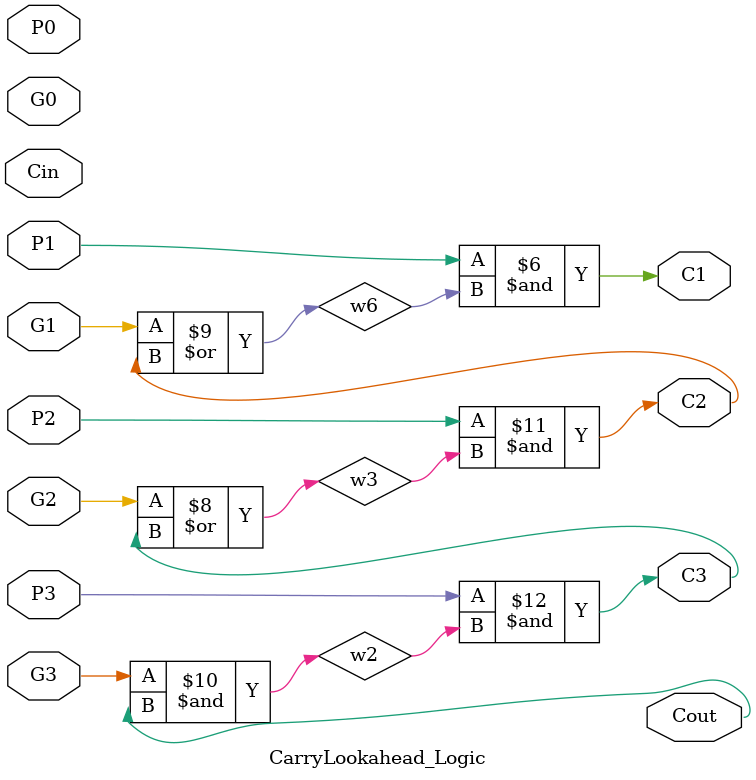
<source format=v>

module CarryLookahead_Logic(C3, P0, Cout, G0, P3, G1, P1, P2, C1, C2, G3, Cin, G2);
//: interface  /sz:(328, 96) /bd:[ Ti0>P3(28/328) Ti1>G3(55/328) Ti2>P2(117/328) Ti3>G2(139/328) Ti4>P1(189/328) Ti5>G1(210/328) Ti6>P0(267/328) Ti7>G0(286/328) Ri0>Cin(46/96) To0<C1(228/328) To1<C2(159/328) To2<C3(86/328) Lo0<Cout(39/96) ]
input G2;    //: /sn:0 {0}(49,313)(536,313)(536,263)(556,263){1}
input P1;    //: /sn:0 {0}(53,230)(304,230)(304,164)(324,164){1}
output C3;    //: /sn:0 /dp:1 {0}(577,261)(584,261)(584,278)(600,278){1}
//: {2}(604,278)(618,278)(618,269)(622,269){3}
//: {4}(602,280)(602,302)(620,302){5}
input G0;    //: /sn:0 {0}(72,169)(250,169)(250,95)(270,95){1}
output C2;    //: /sn:0 /dp:1 {0}(410,168)(423,168)(423,178)(429,178){1}
//: {2}(433,178)(454,178)(454,177)(456,177){3}
//: {4}(431,180)(431,218)(488,218){5}
input Cin;    //: /sn:0 /dp:1 {0}(200,84)(173,84)(173,65)(85,65){1}
input P3;    //: /sn:0 {0}(40,343)(54,343)(54,307)(620,307){1}
input G1;    //: /sn:0 {0}(51,249)(369,249)(369,170)(389,170){1}
output Cout;    //: /sn:0 /dp:1 {0}(712,334)(742,334)(742,333)(758,333){1}
input G3;    //: /sn:0 {0}(30,372)(681,372)(681,336)(691,336){1}
input P0;    //: /sn:0 /dp:1 {0}(200,89)(165,89)(165,77)(155,77)(155,145)(72,145){1}
output C1;    //: /sn:0 /dp:1 {0}(291,93)(303,93)(303,119){1}
//: {2}(305,121)(315,121)(315,159)(324,159){3}
//: {4}(303,123)(303,125)(352,125){5}
input P2;    //: /sn:0 /dp:1 {0}(488,223)(463,223)(463,272)(453,272)(453,284)(50,284){1}
wire w6;    //: /sn:0 {0}(345,162)(379,162)(379,165)(389,165){1}
wire w3;    //: /sn:0 {0}(509,221)(519,221)(519,258)(556,258){1}
wire w2;    //: /sn:0 {0}(641,305)(651,305)(651,319){1}
//: {2}(653,321)(683,321)(683,331)(691,331){3}
//: {4}(649,321)(625,321){5}
wire w5;    //: /sn:0 {0}(221,87)(260,87)(260,90)(270,90){1}
//: enddecls

  or g4 (.I0(w5), .I1(G0), .Z(C1));   //: @(281,93) /sn:0 /delay:" 1" /w:[ 1 1 0 ]
  and g8 (.I0(C1), .I1(P1), .Z(w6));   //: @(335,162) /sn:0 /delay:" 1" /w:[ 3 1 0 ]
  and g3 (.I0(Cin), .I1(P0), .Z(w5));   //: @(211,87) /sn:0 /delay:" 1" /w:[ 0 0 0 ]
  or g16 (.I0(w3), .I1(G2), .Z(C3));   //: @(567,261) /sn:0 /delay:" 1" /w:[ 1 1 0 ]
  //: output g17 (C3) @(619,269) /sn:0 /w:[ 3 ]
  //: input g2 (P0) @(70,145) /sn:0 /w:[ 1 ]
  //: output g23 (Cout) @(755,333) /sn:0 /w:[ 1 ]
  //: input g1 (G0) @(70,169) /sn:0 /w:[ 0 ]
  //: joint g24 (w2) @(651, 321) /w:[ 2 1 4 -1 ]
  //: input g18 (P3) @(38,343) /sn:0 /w:[ 0 ]
  or g10 (.I0(w6), .I1(G1), .Z(C2));   //: @(400,168) /sn:0 /delay:" 1" /w:[ 1 1 0 ]
  //: input g6 (G1) @(49,249) /sn:0 /w:[ 0 ]
  //: input g7 (P1) @(51,230) /sn:0 /w:[ 0 ]
  //: joint g9 (C1) @(303, 121) /w:[ 2 1 -1 4 ]
  and g22 (.I0(w2), .I1(G3), .Z(Cout));   //: @(702,334) /sn:0 /delay:" 1" /w:[ 3 1 0 ]
  //: input g12 (P2) @(48,284) /sn:0 /w:[ 1 ]
  //: output g5 (C1) @(349,125) /sn:0 /w:[ 5 ]
  //: output g11 (C2) @(453,177) /sn:0 /w:[ 3 ]
  and g14 (.I0(C2), .I1(P2), .Z(w3));   //: @(499,221) /sn:0 /delay:" 1" /w:[ 5 0 0 ]
  //: input g19 (G3) @(28,372) /sn:0 /w:[ 0 ]
  //: joint g21 (C3) @(602, 278) /w:[ 2 -1 1 4 ]
  and g20 (.I0(C3), .I1(P3), .Z(w2));   //: @(631,305) /sn:0 /delay:" 1" /w:[ 5 1 0 ]
  //: input g0 (Cin) @(83,65) /sn:0 /w:[ 1 ]
  //: joint g15 (C2) @(431, 178) /w:[ 2 -1 1 4 ]
  //: input g13 (G2) @(47,313) /sn:0 /w:[ 0 ]

endmodule

module PFA_v1(C, B, P, S, A, G);
//: interface  /sz:(126, 115) /bd:[ Ti0>B(82/126) Ti1>A(21/126) Ri0>C(56/115) Bo0<G(56/126) Bo1<P(11/126) Bo2<S(99/126) ]
input B;    //: /sn:0 {0}(144,200)(161,200){1}
//: {2}(165,200)(202,200)(202,177)(210,177){3}
//: {4}(163,202)(163,320){5}
//: {6}(165,322)(231,322){7}
//: {8}(163,324)(163,361)(240,361){9}
input A;    //: /sn:0 {0}(151,147)(178,147){1}
//: {2}(182,147)(202,147)(202,172)(210,172){3}
//: {4}(180,149)(180,317)(188,317){5}
//: {6}(192,317)(231,317){7}
//: {8}(190,319)(190,356)(240,356){9}
output G;    //: /sn:0 /dp:1 {0}(261,359)(337,359)(337,385)(346,385){1}
output P;    //: /sn:0 /dp:1 {0}(252,320)(312,320)(312,319)(322,319){1}
input C;    //: /sn:0 {0}(149,271)(266,271)(266,186)(276,186){1}
output S;    //: /sn:0 /dp:1 {0}(297,184)(394,184)(394,198)(406,198){1}
wire w2;    //: /sn:0 {0}(231,175)(267,175)(267,181)(276,181){1}
//: enddecls

  //: joint g8 (B) @(163, 200) /w:[ 2 -1 1 4 ]
  xor g4 (.I0(w2), .I1(C), .Z(S));   //: @(287,184) /sn:0 /delay:" 2" /w:[ 1 1 0 ]
  xor g3 (.I0(A), .I1(B), .Z(w2));   //: @(221,175) /sn:0 /delay:" 2" /w:[ 3 3 0 ]
  //: input g2 (C) @(147,271) /sn:0 /w:[ 0 ]
  //: input g1 (B) @(142,200) /sn:0 /w:[ 0 ]
  and g10 (.I0(A), .I1(B), .Z(G));   //: @(251,359) /sn:0 /delay:" 1" /w:[ 9 9 0 ]
  or g6 (.I0(A), .I1(B), .Z(P));   //: @(242,320) /sn:0 /delay:" 1" /w:[ 7 7 0 ]
  //: output g9 (P) @(319,319) /sn:0 /w:[ 1 ]
  //: joint g7 (A) @(180, 147) /w:[ 2 -1 1 4 ]
  //: joint g12 (A) @(190, 317) /w:[ 6 -1 5 8 ]
  //: joint g11 (B) @(163, 322) /w:[ 6 5 -1 8 ]
  //: output g5 (S) @(403,198) /sn:0 /w:[ 1 ]
  //: input g0 (A) @(149,147) /sn:0 /w:[ 0 ]
  //: output g13 (G) @(343,385) /sn:0 /w:[ 1 ]

endmodule

module main;    //: root_module
wire w16;    //: /sn:0 {0}(196,256)(196,322){1}
//: {2}(198,324)(228,324)(228,322){3}
//: {4}(196,326)(196,347)(219,347)(219,355){5}
wire w34;    //: /sn:0 {0}(301,355)(301,327)(334,327)(334,196)(326,196){1}
//: {2}(324,194)(324,184)(323,184)(323,173){3}
//: {4}(322,196)(312,196){5}
wire w25;    //: /sn:0 {0}(552,72)(574,72)(574,137){1}
wire w4;    //: /sn:0 {0}(571,254)(571,306)(512,306)(512,325){1}
//: {2}(514,327)(537,327)(537,339)(552,339)(552,329){3}
//: {4}(512,329)(512,355){5}
wire w0;    //: /sn:0 /dp:1 {0}(439,289)(439,299)(458,299)(458,256){1}
wire w22;    //: /sn:0 {0}(23,247)(23,293){1}
//: {2}(25,295)(49,295)(49,288){3}
//: {4}(23,297)(23,347)(46,347)(46,355){5}
wire w3;    //: /sn:0 {0}(609,254)(609,287)(607,287)(607,320){1}
//: {2}(609,322)(675,322)(675,356)(691,356)(691,346){3}
//: {4}(607,324)(607,347)(549,347)(549,355){5}
wire w20;    //: /sn:0 {0}(372,67)(380,67)(380,139){1}
wire w19;    //: /sn:0 {0}(246,66)(267,66)(267,139){1}
wire w18;    //: /sn:0 {0}(185,85)(206,85)(206,139){1}
wire w23;    //: /sn:0 {0}(111,247)(111,295)(127,295)(127,285){1}
wire w10;    //: /sn:0 {0}(370,256)(370,304){1}
//: {2}(372,306)(388,306)(388,293){3}
//: {4}(370,308)(370,315)(360,315)(360,355){5}
wire w24;    //: /sn:0 {0}(350,31)(441,31)(441,139){1}
wire w21;    //: /sn:0 {0}(68,247)(68,326){1}
//: {2}(70,328)(104,328)(104,314){3}
//: {4}(68,330)(68,347)(99,347)(99,355){5}
wire w1;    //: /sn:0 /dp:1 {0}(639,295)(639,305)(652,305)(652,254){1}
wire w32;    //: /sn:0 {0}(632,402)(726,402)(726,194){1}
//: {2}(728,192)(785,192)(785,146)(773,146){3}
//: {4}(724,192)(688,192)(688,194)(680,194){5}
wire w8;    //: /sn:0 {0}(22,65)(33,65)(33,130){1}
wire w17;    //: /sn:0 {0}(284,256)(284,300)(304,300)(304,290){1}
wire w35;    //: /sn:0 {0}(159,355)(159,187)(158,187){1}
//: {2}(156,185)(156,175)(150,175)(150,142){3}
//: {4}(154,187)(139,187){5}
wire w33;    //: /sn:0 {0}(436,355)(436,320)(504,320)(504,198){1}
//: {2}(504,194)(504,184)(498,184)(498,154){3}
//: {4}(502,196)(486,196){5}
wire w14;    //: /sn:0 {0}(75,27)(94,27)(94,130){1}
wire w2;    //: /sn:0 /dp:1 {0}(-42,385)(-42,395)(-9,395){1}
wire w15;    //: /sn:0 {0}(241,256)(241,297){1}
//: {2}(243,299)(257,299)(257,306)(272,306)(272,296){3}
//: {4}(241,301)(241,329)(262,329)(262,355){5}
wire w26;    //: /sn:0 {0}(552,32)(635,32)(635,137){1}
wire w9;    //: /sn:0 {0}(415,256)(415,299)(401,299)(401,334){1}
//: {2}(403,336)(409,336)(409,349)(424,349)(424,339){3}
//: {4}(401,338)(401,355){5}
//: enddecls

  //: switch g8 (w8) @(5,65) /sn:0 /w:[ 0 ] /st:0
  CarryLookahead_Logic g4 (.G0(w3), .P0(w4), .G1(w9), .P1(w10), .G2(w15), .P2(w16), .G3(w21), .P3(w22), .Cin(w32), .C3(w35), .C2(w34), .C1(w33), .Cout(w2));   //: @(-8, 356) /sz:(639, 96) /sn:0 /p:[ Ti0>5 Ti1>5 Ti2>5 Ti3>5 Ti4>5 Ti5>5 Ti6>5 Ti7>5 Ri0>0 To0<0 To1<0 To2<0 Lo0<1 ]
  led g16 (.I(w33));   //: @(498,147) /sn:0 /w:[ 3 ] /type:0
  PFA_v1 g3 (.A(w8), .B(w14), .C(w35), .S(w23), .P(w22), .G(w21));   //: @(12, 131) /sz:(126, 115) /sn:0 /p:[ Ti0>1 Ti1>1 Ri0>5 Bo0<0 Bo1<0 Bo2<0 ]
  //: joint g17 (w33) @(504, 196) /w:[ -1 2 4 1 ]
  led g26 (.I(w3));   //: @(691,339) /sn:0 /w:[ 3 ] /type:0
  PFA_v1 g2 (.A(w18), .B(w19), .C(w34), .S(w17), .P(w16), .G(w15));   //: @(185, 140) /sz:(126, 115) /sn:0 /p:[ Ti0>1 Ti1>1 Ri0>5 Bo0<0 Bo1<0 Bo2<0 ]
  led g23 (.I(w17));   //: @(304,283) /sn:0 /w:[ 1 ] /type:0
  led g30 (.I(w9));   //: @(424,332) /sn:0 /w:[ 3 ] /type:0
  led g24 (.I(w0));   //: @(439,282) /sn:0 /w:[ 0 ] /type:0
  PFA_v1 g1 (.A(w20), .B(w24), .C(w33), .S(w0), .P(w10), .G(w9));   //: @(359, 140) /sz:(126, 115) /sn:0 /p:[ Ti0>1 Ti1>1 Ri0>5 Bo0<1 Bo1<0 Bo2<0 ]
  //: joint g39 (w21) @(68, 328) /w:[ 2 1 -1 4 ]
  //: joint g29 (w4) @(512, 327) /w:[ 2 1 -1 4 ]
  led g18 (.I(w34));   //: @(323,166) /sn:0 /w:[ 3 ] /type:0
  led g25 (.I(w1));   //: @(639,288) /sn:0 /w:[ 0 ] /type:0
  //: switch g10 (w18) @(168,85) /sn:0 /w:[ 0 ] /st:0
  //: joint g6 (w32) @(726, 192) /w:[ 2 -1 4 1 ]
  //: switch g9 (w14) @(58,27) /sn:0 /w:[ 0 ] /st:0
  led g7 (.I(w2));   //: @(-42,378) /sn:0 /w:[ 0 ] /type:0
  //: joint g35 (w15) @(241, 299) /w:[ 2 1 -1 4 ]
  led g22 (.I(w23));   //: @(127,278) /sn:0 /w:[ 1 ] /type:0
  //: joint g31 (w9) @(401, 336) /w:[ 2 1 -1 4 ]
  //: joint g33 (w10) @(370, 306) /w:[ 2 1 -1 4 ]
  led g36 (.I(w16));   //: @(228,315) /sn:0 /w:[ 3 ] /type:0
  //: joint g41 (w22) @(23, 295) /w:[ 2 1 -1 4 ]
  led g40 (.I(w22));   //: @(49,281) /sn:0 /w:[ 3 ] /type:0
  //: switch g12 (w20) @(355,67) /sn:0 /w:[ 0 ] /st:1
  led g28 (.I(w4));   //: @(552,322) /sn:0 /w:[ 3 ] /type:0
  led g34 (.I(w15));   //: @(272,289) /sn:0 /w:[ 3 ] /type:0
  //: switch g14 (w25) @(535,72) /sn:0 /w:[ 0 ] /st:1
  //: switch g11 (w19) @(229,66) /sn:0 /w:[ 0 ] /st:1
  //: switch g5 (w32) @(756,146) /sn:0 /w:[ 3 ] /st:1
  //: joint g21 (w35) @(156, 187) /w:[ 1 2 4 -1 ]
  //: joint g19 (w34) @(324, 196) /w:[ 1 2 4 -1 ]
  led g20 (.I(w35));   //: @(150,135) /sn:0 /w:[ 3 ] /type:0
  led g32 (.I(w10));   //: @(388,286) /sn:0 /w:[ 3 ] /type:0
  //: switch g15 (w26) @(535,32) /sn:0 /w:[ 0 ] /st:0
  PFA_v1 g0 (.A(w25), .B(w26), .C(w32), .S(w1), .P(w4), .G(w3));   //: @(553, 138) /sz:(126, 115) /sn:0 /p:[ Ti0>1 Ti1>1 Ri0>5 Bo0<1 Bo1<0 Bo2<0 ]
  led g38 (.I(w21));   //: @(104,307) /sn:0 /w:[ 3 ] /type:0
  //: joint g27 (w3) @(607, 322) /w:[ 2 1 -1 4 ]
  //: joint g37 (w16) @(196, 324) /w:[ 2 1 -1 4 ]
  //: switch g13 (w24) @(333,31) /sn:0 /w:[ 0 ] /st:0

endmodule

</source>
